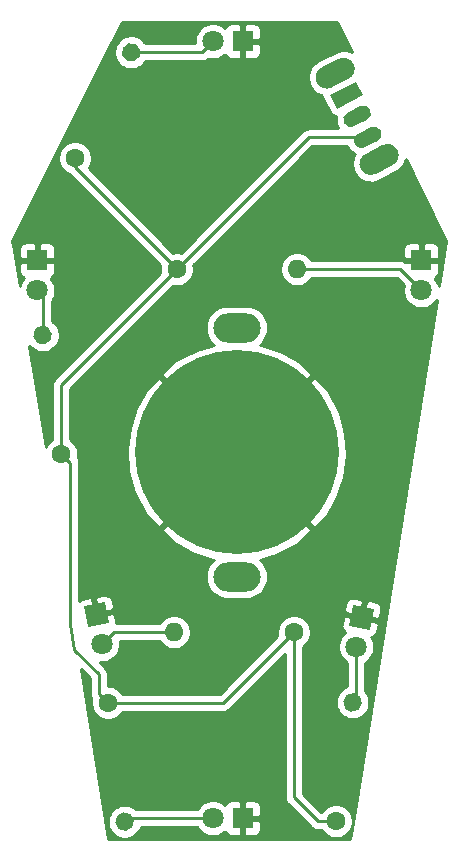
<source format=gbr>
%TF.GenerationSoftware,KiCad,Pcbnew,(5.1.8)-1*%
%TF.CreationDate,2021-10-08T14:09:10-07:00*%
%TF.ProjectId,Halloween,48616c6c-6f77-4656-956e-2e6b69636164,rev?*%
%TF.SameCoordinates,Original*%
%TF.FileFunction,Copper,L2,Bot*%
%TF.FilePolarity,Positive*%
%FSLAX46Y46*%
G04 Gerber Fmt 4.6, Leading zero omitted, Abs format (unit mm)*
G04 Created by KiCad (PCBNEW (5.1.8)-1) date 2021-10-08 14:09:10*
%MOMM*%
%LPD*%
G01*
G04 APERTURE LIST*
%TA.AperFunction,ComponentPad*%
%ADD10O,1.600000X1.600000*%
%TD*%
%TA.AperFunction,ComponentPad*%
%ADD11C,1.600000*%
%TD*%
%TA.AperFunction,SMDPad,CuDef*%
%ADD12C,17.272000*%
%TD*%
%TA.AperFunction,ComponentPad*%
%ADD13O,4.000000X2.500000*%
%TD*%
%TA.AperFunction,ComponentPad*%
%ADD14C,0.100000*%
%TD*%
%TA.AperFunction,ComponentPad*%
%ADD15R,1.800000X1.800000*%
%TD*%
%TA.AperFunction,ComponentPad*%
%ADD16C,1.800000*%
%TD*%
%TA.AperFunction,Conductor*%
%ADD17C,0.250000*%
%TD*%
%TA.AperFunction,Conductor*%
%ADD18C,0.254000*%
%TD*%
%TA.AperFunction,Conductor*%
%ADD19C,0.100000*%
%TD*%
G04 APERTURE END LIST*
D10*
%TO.P,R6,2*%
%TO.N,Net-(D6-Pad2)*%
X172720000Y-68580000D03*
D11*
%TO.P,R6,1*%
%TO.N,/LED*%
X162560000Y-68580000D03*
%TD*%
%TO.P,R5,2*%
%TO.N,Net-(D5-Pad2)*%
%TA.AperFunction,ComponentPad*%
G36*
G01*
X158318254Y-50917610D02*
X158318254Y-50917610D01*
G75*
G02*
X157987473Y-49835675I375577J706358D01*
G01*
X157987473Y-49835675D01*
G75*
G02*
X159069408Y-49504894I706358J-375577D01*
G01*
X159069408Y-49504894D01*
G75*
G02*
X159400189Y-50586829I-375577J-706358D01*
G01*
X159400189Y-50586829D01*
G75*
G02*
X158318254Y-50917610I-706358J375577D01*
G01*
G37*
%TD.AperFunction*%
%TO.P,R5,1*%
%TO.N,/LED*%
X153924000Y-59182000D03*
%TD*%
%TO.P,R4,2*%
%TO.N,Net-(D4-Pad2)*%
%TA.AperFunction,ComponentPad*%
G36*
G01*
X151316774Y-74956237D02*
X151316774Y-74956237D01*
G75*
G02*
X150401475Y-74291234I-125148J790151D01*
G01*
X150401475Y-74291234D01*
G75*
G02*
X151066478Y-73375935I790151J125148D01*
G01*
X151066478Y-73375935D01*
G75*
G02*
X151981777Y-74040938I125148J-790151D01*
G01*
X151981777Y-74040938D01*
G75*
G02*
X151316774Y-74956237I-790151J-125148D01*
G01*
G37*
%TD.AperFunction*%
%TO.P,R4,1*%
%TO.N,/LED*%
X152781000Y-84201000D03*
%TD*%
%TO.P,R3,2*%
%TO.N,Net-(D3-Pad2)*%
%TA.AperFunction,ComponentPad*%
G36*
G01*
X177324661Y-106047090D02*
X177324661Y-106047090D01*
G75*
G02*
X176643785Y-105143538I111338J792214D01*
G01*
X176643785Y-105143538D01*
G75*
G02*
X177547337Y-104462662I792214J-111338D01*
G01*
X177547337Y-104462662D01*
G75*
G02*
X178228213Y-105366214I-111338J-792214D01*
G01*
X178228213Y-105366214D01*
G75*
G02*
X177324661Y-106047090I-792214J111338D01*
G01*
G37*
%TD.AperFunction*%
%TO.P,R3,1*%
%TO.N,/LED*%
X176022000Y-115316000D03*
%TD*%
%TO.P,R2,2*%
%TO.N,Net-(D2-Pad2)*%
%TA.AperFunction,ComponentPad*%
G36*
G01*
X158020661Y-114551910D02*
X158020661Y-114551910D01*
G75*
G02*
X158924213Y-115232786I111338J-792214D01*
G01*
X158924213Y-115232786D01*
G75*
G02*
X158243337Y-116136338I-792214J-111338D01*
G01*
X158243337Y-116136338D01*
G75*
G02*
X157339785Y-115455462I-111338J792214D01*
G01*
X157339785Y-115455462D01*
G75*
G02*
X158020661Y-114551910I792214J111338D01*
G01*
G37*
%TD.AperFunction*%
%TO.P,R2,1*%
%TO.N,/LED*%
X156718000Y-105283000D03*
%TD*%
D10*
%TO.P,R1,2*%
%TO.N,Net-(D1-Pad2)*%
X162306000Y-99314000D03*
D11*
%TO.P,R1,1*%
%TO.N,/LED*%
X172466000Y-99314000D03*
%TD*%
D12*
%TO.P,BT1,2*%
%TO.N,GND*%
X167640000Y-84074000D03*
D13*
%TO.P,BT1,1*%
%TO.N,VCC*%
X167640000Y-73533000D03*
X167640000Y-94615000D03*
%TD*%
%TA.AperFunction,ComponentPad*%
D14*
%TO.P,SW1,1*%
%TO.N,Net-(SW1-Pad1)*%
G36*
X175502148Y-53836334D02*
G01*
X177729664Y-52701358D01*
X178319852Y-53859666D01*
X176092336Y-54994642D01*
X175502148Y-53836334D01*
G37*
%TD.AperFunction*%
%TO.P,SW1,2*%
%TO.N,VCC*%
%TA.AperFunction,ComponentPad*%
G36*
G01*
X176989283Y-55323253D02*
X178058491Y-54778465D01*
G75*
G02*
X178932739Y-55062525I295094J-579154D01*
G01*
X178932739Y-55062525D01*
G75*
G02*
X178648679Y-55936773I-579154J-295094D01*
G01*
X177579471Y-56481561D01*
G75*
G02*
X176705223Y-56197501I-295094J579154D01*
G01*
X176705223Y-56197501D01*
G75*
G02*
X176989283Y-55323253I579154J295094D01*
G01*
G37*
%TD.AperFunction*%
%TO.P,SW1,3*%
%TO.N,/LED*%
%TA.AperFunction,ComponentPad*%
G36*
G01*
X177897264Y-57105266D02*
X178966472Y-56560478D01*
G75*
G02*
X179840720Y-56844538I295094J-579154D01*
G01*
X179840720Y-56844538D01*
G75*
G02*
X179556660Y-57718786I-579154J-295094D01*
G01*
X178487452Y-58263574D01*
G75*
G02*
X177613204Y-57979514I-295094J579154D01*
G01*
X177613204Y-57979514D01*
G75*
G02*
X177897264Y-57105266I579154J295094D01*
G01*
G37*
%TD.AperFunction*%
%TO.P,SW1,*%
%TO.N,*%
%TA.AperFunction,ComponentPad*%
G36*
G01*
X174813524Y-51493622D02*
X176239134Y-50767238D01*
G75*
G02*
X177516881Y-51182403I431291J-846456D01*
G01*
X177516881Y-51182403D01*
G75*
G02*
X177101716Y-52460150I-846456J-431291D01*
G01*
X175676106Y-53186534D01*
G75*
G02*
X174398359Y-52771369I-431291J846456D01*
G01*
X174398359Y-52771369D01*
G75*
G02*
X174813524Y-51493622I846456J431291D01*
G01*
G37*
%TD.AperFunction*%
%TA.AperFunction,ComponentPad*%
G36*
G01*
X178536246Y-58799876D02*
X179961856Y-58073492D01*
G75*
G02*
X181239603Y-58488657I431291J-846456D01*
G01*
X181239603Y-58488657D01*
G75*
G02*
X180824438Y-59766404I-846456J-431291D01*
G01*
X179398828Y-60492788D01*
G75*
G02*
X178121081Y-60077623I-431291J846456D01*
G01*
X178121081Y-60077623D01*
G75*
G02*
X178536246Y-58799876I846456J431291D01*
G01*
G37*
%TD.AperFunction*%
%TD*%
D15*
%TO.P,D6,1*%
%TO.N,GND*%
X183261000Y-67818000D03*
D16*
%TO.P,D6,2*%
%TO.N,Net-(D6-Pad2)*%
X183261000Y-70358000D03*
%TD*%
D15*
%TO.P,D5,1*%
%TO.N,GND*%
X168148000Y-49276000D03*
D16*
%TO.P,D5,2*%
%TO.N,Net-(D5-Pad2)*%
X165608000Y-49276000D03*
%TD*%
D15*
%TO.P,D4,1*%
%TO.N,GND*%
X150749000Y-67818000D03*
D16*
%TO.P,D4,2*%
%TO.N,Net-(D4-Pad2)*%
X150749000Y-70358000D03*
%TD*%
%TA.AperFunction,ComponentPad*%
D14*
%TO.P,D3,1*%
%TO.N,GND*%
G36*
X177450956Y-97001390D02*
G01*
X179223610Y-97313956D01*
X178911044Y-99086610D01*
X177138390Y-98774044D01*
X177450956Y-97001390D01*
G37*
%TD.AperFunction*%
D16*
%TO.P,D3,2*%
%TO.N,Net-(D3-Pad2)*%
X177739934Y-100545412D03*
%TD*%
D15*
%TO.P,D2,1*%
%TO.N,GND*%
X168148000Y-115062000D03*
D16*
%TO.P,D2,2*%
%TO.N,Net-(D2-Pad2)*%
X165608000Y-115062000D03*
%TD*%
%TA.AperFunction,ComponentPad*%
D14*
%TO.P,D1,1*%
%TO.N,GND*%
G36*
X154726324Y-97098544D02*
G01*
X156498978Y-96785978D01*
X156811544Y-98558632D01*
X155038890Y-98871198D01*
X154726324Y-97098544D01*
G37*
%TD.AperFunction*%
D16*
%TO.P,D1,2*%
%TO.N,Net-(D1-Pad2)*%
X156210000Y-100330000D03*
%TD*%
D17*
%TO.N,/LED*%
X155956000Y-104521000D02*
X156718000Y-105283000D01*
X155956000Y-102870000D02*
X155956000Y-104521000D01*
X153888684Y-100802684D02*
X155956000Y-102870000D01*
X153542999Y-98648796D02*
X153888684Y-100802684D01*
X153543000Y-84963000D02*
X153542999Y-98648796D01*
X152781000Y-84201000D02*
X153543000Y-84963000D01*
X166497000Y-105283000D02*
X172466000Y-99314000D01*
X156718000Y-105283000D02*
X166497000Y-105283000D01*
X171958000Y-99822000D02*
X172466000Y-99314000D01*
X176022000Y-115316000D02*
X174498000Y-115316000D01*
X172466000Y-113284000D02*
X172466000Y-99314000D01*
X174498000Y-115316000D02*
X172466000Y-113284000D01*
X152781000Y-78359000D02*
X162560000Y-68580000D01*
X152781000Y-84201000D02*
X152781000Y-78359000D01*
X153924000Y-59944000D02*
X153924000Y-59182000D01*
X162560000Y-68580000D02*
X153924000Y-59944000D01*
X173727974Y-57412026D02*
X162560000Y-68580000D01*
X178726962Y-57412026D02*
X173727974Y-57412026D01*
%TO.N,Net-(D1-Pad2)*%
X157226000Y-99314000D02*
X156210000Y-100330000D01*
X162306000Y-99314000D02*
X157226000Y-99314000D01*
%TO.N,Net-(D2-Pad2)*%
X158414123Y-115062000D02*
X158131999Y-115344124D01*
X165608000Y-115062000D02*
X158414123Y-115062000D01*
%TO.N,Net-(D3-Pad2)*%
X177292000Y-104602877D02*
X177435999Y-104746876D01*
D18*
X177887030Y-104803845D02*
X177435999Y-105254876D01*
D17*
X177739934Y-104950941D02*
X177435999Y-105254876D01*
X177739934Y-100545412D02*
X177739934Y-104950941D01*
%TO.N,Net-(D4-Pad2)*%
X151191626Y-70800626D02*
X150749000Y-70358000D01*
X151191626Y-74166086D02*
X151191626Y-70800626D01*
%TO.N,Net-(D5-Pad2)*%
X164672748Y-50211252D02*
X165608000Y-49276000D01*
X158693831Y-50211252D02*
X164672748Y-50211252D01*
%TO.N,Net-(D6-Pad2)*%
X181483000Y-68580000D02*
X183261000Y-70358000D01*
X172720000Y-68580000D02*
X181483000Y-68580000D01*
%TD*%
D18*
%TO.N,GND*%
X171706000Y-113246678D02*
X171702324Y-113284000D01*
X171706000Y-113321322D01*
X171706000Y-113321332D01*
X171716997Y-113432985D01*
X171744584Y-113523928D01*
X171760454Y-113576246D01*
X171831026Y-113708276D01*
X171870871Y-113756826D01*
X171925999Y-113824001D01*
X171955003Y-113847804D01*
X173934201Y-115827003D01*
X173957999Y-115856001D01*
X173986997Y-115879799D01*
X174073723Y-115950974D01*
X174205753Y-116021546D01*
X174349014Y-116065003D01*
X174460667Y-116076000D01*
X174460677Y-116076000D01*
X174498000Y-116079676D01*
X174535323Y-116076000D01*
X174803957Y-116076000D01*
X174907363Y-116230759D01*
X175107241Y-116430637D01*
X175342273Y-116587680D01*
X175603426Y-116695853D01*
X175880665Y-116751000D01*
X176163335Y-116751000D01*
X176440574Y-116695853D01*
X176701727Y-116587680D01*
X176936759Y-116430637D01*
X177136637Y-116230759D01*
X177293680Y-115995727D01*
X177401853Y-115734574D01*
X177448599Y-115499567D01*
X177237481Y-116815000D01*
X156772519Y-116815000D01*
X156513770Y-115202789D01*
X156696999Y-115202789D01*
X156696999Y-115485459D01*
X156752146Y-115762698D01*
X156860319Y-116023851D01*
X157017362Y-116258883D01*
X157217240Y-116458761D01*
X157452272Y-116615804D01*
X157713425Y-116723977D01*
X157990664Y-116779124D01*
X158273334Y-116779124D01*
X158550573Y-116723977D01*
X158811726Y-116615804D01*
X159046758Y-116458761D01*
X159246636Y-116258883D01*
X159403679Y-116023851D01*
X159487288Y-115822000D01*
X164269687Y-115822000D01*
X164415688Y-116040505D01*
X164629495Y-116254312D01*
X164880905Y-116422299D01*
X165160257Y-116538011D01*
X165456816Y-116597000D01*
X165759184Y-116597000D01*
X166055743Y-116538011D01*
X166335095Y-116422299D01*
X166586505Y-116254312D01*
X166652944Y-116187873D01*
X166658498Y-116206180D01*
X166717463Y-116316494D01*
X166796815Y-116413185D01*
X166893506Y-116492537D01*
X167003820Y-116551502D01*
X167123518Y-116587812D01*
X167248000Y-116600072D01*
X167862250Y-116597000D01*
X168021000Y-116438250D01*
X168021000Y-115189000D01*
X168275000Y-115189000D01*
X168275000Y-116438250D01*
X168433750Y-116597000D01*
X169048000Y-116600072D01*
X169172482Y-116587812D01*
X169292180Y-116551502D01*
X169402494Y-116492537D01*
X169499185Y-116413185D01*
X169578537Y-116316494D01*
X169637502Y-116206180D01*
X169673812Y-116086482D01*
X169686072Y-115962000D01*
X169683000Y-115347750D01*
X169524250Y-115189000D01*
X168275000Y-115189000D01*
X168021000Y-115189000D01*
X168001000Y-115189000D01*
X168001000Y-114935000D01*
X168021000Y-114935000D01*
X168021000Y-113685750D01*
X168275000Y-113685750D01*
X168275000Y-114935000D01*
X169524250Y-114935000D01*
X169683000Y-114776250D01*
X169686072Y-114162000D01*
X169673812Y-114037518D01*
X169637502Y-113917820D01*
X169578537Y-113807506D01*
X169499185Y-113710815D01*
X169402494Y-113631463D01*
X169292180Y-113572498D01*
X169172482Y-113536188D01*
X169048000Y-113523928D01*
X168433750Y-113527000D01*
X168275000Y-113685750D01*
X168021000Y-113685750D01*
X167862250Y-113527000D01*
X167248000Y-113523928D01*
X167123518Y-113536188D01*
X167003820Y-113572498D01*
X166893506Y-113631463D01*
X166796815Y-113710815D01*
X166717463Y-113807506D01*
X166658498Y-113917820D01*
X166652944Y-113936127D01*
X166586505Y-113869688D01*
X166335095Y-113701701D01*
X166055743Y-113585989D01*
X165759184Y-113527000D01*
X165456816Y-113527000D01*
X165160257Y-113585989D01*
X164880905Y-113701701D01*
X164629495Y-113869688D01*
X164415688Y-114083495D01*
X164269687Y-114302000D01*
X159119271Y-114302000D01*
X159046758Y-114229487D01*
X158811726Y-114072444D01*
X158550573Y-113964271D01*
X158273334Y-113909124D01*
X157990664Y-113909124D01*
X157713425Y-113964271D01*
X157452272Y-114072444D01*
X157217240Y-114229487D01*
X157017362Y-114429365D01*
X156860319Y-114664397D01*
X156752146Y-114925550D01*
X156696999Y-115202789D01*
X156513770Y-115202789D01*
X154468140Y-102456941D01*
X155196000Y-103184802D01*
X155196001Y-104483668D01*
X155192324Y-104521000D01*
X155196001Y-104558333D01*
X155205470Y-104654467D01*
X155206998Y-104669985D01*
X155250454Y-104813246D01*
X155321026Y-104945276D01*
X155321862Y-104946295D01*
X155283000Y-105141665D01*
X155283000Y-105424335D01*
X155338147Y-105701574D01*
X155446320Y-105962727D01*
X155603363Y-106197759D01*
X155803241Y-106397637D01*
X156038273Y-106554680D01*
X156299426Y-106662853D01*
X156576665Y-106718000D01*
X156859335Y-106718000D01*
X157136574Y-106662853D01*
X157397727Y-106554680D01*
X157632759Y-106397637D01*
X157832637Y-106197759D01*
X157936043Y-106043000D01*
X166459678Y-106043000D01*
X166497000Y-106046676D01*
X166534322Y-106043000D01*
X166534333Y-106043000D01*
X166645986Y-106032003D01*
X166789247Y-105988546D01*
X166921276Y-105917974D01*
X167037001Y-105823001D01*
X167060804Y-105793997D01*
X171706001Y-101148801D01*
X171706000Y-113246678D01*
%TA.AperFunction,Conductor*%
D19*
G36*
X171706000Y-113246678D02*
G01*
X171702324Y-113284000D01*
X171706000Y-113321322D01*
X171706000Y-113321332D01*
X171716997Y-113432985D01*
X171744584Y-113523928D01*
X171760454Y-113576246D01*
X171831026Y-113708276D01*
X171870871Y-113756826D01*
X171925999Y-113824001D01*
X171955003Y-113847804D01*
X173934201Y-115827003D01*
X173957999Y-115856001D01*
X173986997Y-115879799D01*
X174073723Y-115950974D01*
X174205753Y-116021546D01*
X174349014Y-116065003D01*
X174460667Y-116076000D01*
X174460677Y-116076000D01*
X174498000Y-116079676D01*
X174535323Y-116076000D01*
X174803957Y-116076000D01*
X174907363Y-116230759D01*
X175107241Y-116430637D01*
X175342273Y-116587680D01*
X175603426Y-116695853D01*
X175880665Y-116751000D01*
X176163335Y-116751000D01*
X176440574Y-116695853D01*
X176701727Y-116587680D01*
X176936759Y-116430637D01*
X177136637Y-116230759D01*
X177293680Y-115995727D01*
X177401853Y-115734574D01*
X177448599Y-115499567D01*
X177237481Y-116815000D01*
X156772519Y-116815000D01*
X156513770Y-115202789D01*
X156696999Y-115202789D01*
X156696999Y-115485459D01*
X156752146Y-115762698D01*
X156860319Y-116023851D01*
X157017362Y-116258883D01*
X157217240Y-116458761D01*
X157452272Y-116615804D01*
X157713425Y-116723977D01*
X157990664Y-116779124D01*
X158273334Y-116779124D01*
X158550573Y-116723977D01*
X158811726Y-116615804D01*
X159046758Y-116458761D01*
X159246636Y-116258883D01*
X159403679Y-116023851D01*
X159487288Y-115822000D01*
X164269687Y-115822000D01*
X164415688Y-116040505D01*
X164629495Y-116254312D01*
X164880905Y-116422299D01*
X165160257Y-116538011D01*
X165456816Y-116597000D01*
X165759184Y-116597000D01*
X166055743Y-116538011D01*
X166335095Y-116422299D01*
X166586505Y-116254312D01*
X166652944Y-116187873D01*
X166658498Y-116206180D01*
X166717463Y-116316494D01*
X166796815Y-116413185D01*
X166893506Y-116492537D01*
X167003820Y-116551502D01*
X167123518Y-116587812D01*
X167248000Y-116600072D01*
X167862250Y-116597000D01*
X168021000Y-116438250D01*
X168021000Y-115189000D01*
X168275000Y-115189000D01*
X168275000Y-116438250D01*
X168433750Y-116597000D01*
X169048000Y-116600072D01*
X169172482Y-116587812D01*
X169292180Y-116551502D01*
X169402494Y-116492537D01*
X169499185Y-116413185D01*
X169578537Y-116316494D01*
X169637502Y-116206180D01*
X169673812Y-116086482D01*
X169686072Y-115962000D01*
X169683000Y-115347750D01*
X169524250Y-115189000D01*
X168275000Y-115189000D01*
X168021000Y-115189000D01*
X168001000Y-115189000D01*
X168001000Y-114935000D01*
X168021000Y-114935000D01*
X168021000Y-113685750D01*
X168275000Y-113685750D01*
X168275000Y-114935000D01*
X169524250Y-114935000D01*
X169683000Y-114776250D01*
X169686072Y-114162000D01*
X169673812Y-114037518D01*
X169637502Y-113917820D01*
X169578537Y-113807506D01*
X169499185Y-113710815D01*
X169402494Y-113631463D01*
X169292180Y-113572498D01*
X169172482Y-113536188D01*
X169048000Y-113523928D01*
X168433750Y-113527000D01*
X168275000Y-113685750D01*
X168021000Y-113685750D01*
X167862250Y-113527000D01*
X167248000Y-113523928D01*
X167123518Y-113536188D01*
X167003820Y-113572498D01*
X166893506Y-113631463D01*
X166796815Y-113710815D01*
X166717463Y-113807506D01*
X166658498Y-113917820D01*
X166652944Y-113936127D01*
X166586505Y-113869688D01*
X166335095Y-113701701D01*
X166055743Y-113585989D01*
X165759184Y-113527000D01*
X165456816Y-113527000D01*
X165160257Y-113585989D01*
X164880905Y-113701701D01*
X164629495Y-113869688D01*
X164415688Y-114083495D01*
X164269687Y-114302000D01*
X159119271Y-114302000D01*
X159046758Y-114229487D01*
X158811726Y-114072444D01*
X158550573Y-113964271D01*
X158273334Y-113909124D01*
X157990664Y-113909124D01*
X157713425Y-113964271D01*
X157452272Y-114072444D01*
X157217240Y-114229487D01*
X157017362Y-114429365D01*
X156860319Y-114664397D01*
X156752146Y-114925550D01*
X156696999Y-115202789D01*
X156513770Y-115202789D01*
X154468140Y-102456941D01*
X155196000Y-103184802D01*
X155196001Y-104483668D01*
X155192324Y-104521000D01*
X155196001Y-104558333D01*
X155205470Y-104654467D01*
X155206998Y-104669985D01*
X155250454Y-104813246D01*
X155321026Y-104945276D01*
X155321862Y-104946295D01*
X155283000Y-105141665D01*
X155283000Y-105424335D01*
X155338147Y-105701574D01*
X155446320Y-105962727D01*
X155603363Y-106197759D01*
X155803241Y-106397637D01*
X156038273Y-106554680D01*
X156299426Y-106662853D01*
X156576665Y-106718000D01*
X156859335Y-106718000D01*
X157136574Y-106662853D01*
X157397727Y-106554680D01*
X157632759Y-106397637D01*
X157832637Y-106197759D01*
X157936043Y-106043000D01*
X166459678Y-106043000D01*
X166497000Y-106046676D01*
X166534322Y-106043000D01*
X166534333Y-106043000D01*
X166645986Y-106032003D01*
X166789247Y-105988546D01*
X166921276Y-105917974D01*
X167037001Y-105823001D01*
X167060804Y-105793997D01*
X171706001Y-101148801D01*
X171706000Y-113246678D01*
G37*
%TD.AperFunction*%
D18*
X177041875Y-58270619D02*
X177178343Y-58483804D01*
X177353779Y-58666268D01*
X177561442Y-58811001D01*
X177604595Y-58829877D01*
X177577941Y-58868120D01*
X177452819Y-59154170D01*
X177385908Y-59459134D01*
X177379778Y-59771290D01*
X177434665Y-60078646D01*
X177548459Y-60369388D01*
X177716787Y-60632342D01*
X177933182Y-60857406D01*
X178189325Y-61035928D01*
X178475375Y-61161050D01*
X178780339Y-61227961D01*
X179092495Y-61234091D01*
X179399851Y-61179204D01*
X179617734Y-61093927D01*
X181182098Y-60296844D01*
X181379157Y-60170698D01*
X181604221Y-59954304D01*
X181782743Y-59698160D01*
X181907864Y-59412111D01*
X181936926Y-59279655D01*
X185369676Y-66145156D01*
X184752723Y-69989248D01*
X184737011Y-69910257D01*
X184621299Y-69630905D01*
X184453312Y-69379495D01*
X184386873Y-69313056D01*
X184405180Y-69307502D01*
X184515494Y-69248537D01*
X184612185Y-69169185D01*
X184691537Y-69072494D01*
X184750502Y-68962180D01*
X184786812Y-68842482D01*
X184799072Y-68718000D01*
X184796000Y-68103750D01*
X184637250Y-67945000D01*
X183388000Y-67945000D01*
X183388000Y-67965000D01*
X183134000Y-67965000D01*
X183134000Y-67945000D01*
X181907227Y-67945000D01*
X181775247Y-67874454D01*
X181631986Y-67830997D01*
X181520333Y-67820000D01*
X181520322Y-67820000D01*
X181483000Y-67816324D01*
X181445678Y-67820000D01*
X173938043Y-67820000D01*
X173834637Y-67665241D01*
X173634759Y-67465363D01*
X173399727Y-67308320D01*
X173138574Y-67200147D01*
X172861335Y-67145000D01*
X172578665Y-67145000D01*
X172301426Y-67200147D01*
X172040273Y-67308320D01*
X171805241Y-67465363D01*
X171605363Y-67665241D01*
X171448320Y-67900273D01*
X171340147Y-68161426D01*
X171285000Y-68438665D01*
X171285000Y-68721335D01*
X171340147Y-68998574D01*
X171448320Y-69259727D01*
X171605363Y-69494759D01*
X171805241Y-69694637D01*
X172040273Y-69851680D01*
X172301426Y-69959853D01*
X172578665Y-70015000D01*
X172861335Y-70015000D01*
X173138574Y-69959853D01*
X173399727Y-69851680D01*
X173634759Y-69694637D01*
X173834637Y-69494759D01*
X173938043Y-69340000D01*
X181168199Y-69340000D01*
X181777269Y-69949070D01*
X181726000Y-70206816D01*
X181726000Y-70509184D01*
X181784989Y-70805743D01*
X181900701Y-71085095D01*
X182068688Y-71336505D01*
X182282495Y-71550312D01*
X182533905Y-71718299D01*
X182813257Y-71834011D01*
X183109816Y-71893000D01*
X183412184Y-71893000D01*
X183708743Y-71834011D01*
X183988095Y-71718299D01*
X184239505Y-71550312D01*
X184453312Y-71336505D01*
X184562794Y-71172654D01*
X177457000Y-115447225D01*
X177457000Y-115174665D01*
X177401853Y-114897426D01*
X177293680Y-114636273D01*
X177136637Y-114401241D01*
X176936759Y-114201363D01*
X176701727Y-114044320D01*
X176440574Y-113936147D01*
X176163335Y-113881000D01*
X175880665Y-113881000D01*
X175603426Y-113936147D01*
X175342273Y-114044320D01*
X175107241Y-114201363D01*
X174907363Y-114401241D01*
X174807500Y-114550698D01*
X173226000Y-112969199D01*
X173226000Y-105113541D01*
X176000999Y-105113541D01*
X176000999Y-105396211D01*
X176056146Y-105673450D01*
X176164319Y-105934603D01*
X176321362Y-106169635D01*
X176521240Y-106369513D01*
X176756272Y-106526556D01*
X177017425Y-106634729D01*
X177294664Y-106689876D01*
X177577334Y-106689876D01*
X177854573Y-106634729D01*
X178115726Y-106526556D01*
X178350758Y-106369513D01*
X178550636Y-106169635D01*
X178707679Y-105934603D01*
X178815852Y-105673450D01*
X178870999Y-105396211D01*
X178870999Y-105113541D01*
X178815852Y-104836302D01*
X178707679Y-104575149D01*
X178550636Y-104340117D01*
X178499934Y-104289415D01*
X178499934Y-101883725D01*
X178718439Y-101737724D01*
X178932246Y-101523917D01*
X179100233Y-101272507D01*
X179215945Y-100993155D01*
X179274934Y-100696596D01*
X179274934Y-100394228D01*
X179215945Y-100097669D01*
X179100233Y-99818317D01*
X179029172Y-99711967D01*
X179049148Y-99709558D01*
X179168025Y-99670645D01*
X179277027Y-99609288D01*
X179371963Y-99527846D01*
X179449188Y-99429447D01*
X179505732Y-99317872D01*
X179539422Y-99197410D01*
X179643060Y-98591959D01*
X179514288Y-98408054D01*
X178284017Y-98191124D01*
X178280544Y-98210820D01*
X178030403Y-98166713D01*
X178033876Y-98147017D01*
X176865400Y-97940983D01*
X178328124Y-97940983D01*
X179558395Y-98157913D01*
X179742300Y-98029141D01*
X179851989Y-97424756D01*
X179861531Y-97300037D01*
X179846558Y-97175852D01*
X179807645Y-97056975D01*
X179746288Y-96947973D01*
X179664846Y-96853037D01*
X179566447Y-96775812D01*
X179454872Y-96719268D01*
X179334410Y-96685578D01*
X178728959Y-96581940D01*
X178545054Y-96710712D01*
X178328124Y-97940983D01*
X176865400Y-97940983D01*
X176803605Y-97930087D01*
X176619700Y-98058859D01*
X176510011Y-98663244D01*
X176500469Y-98787963D01*
X176515442Y-98912148D01*
X176554355Y-99031025D01*
X176615712Y-99140027D01*
X176697154Y-99234963D01*
X176795553Y-99312188D01*
X176810967Y-99320000D01*
X176761429Y-99353100D01*
X176547622Y-99566907D01*
X176379635Y-99818317D01*
X176263923Y-100097669D01*
X176204934Y-100394228D01*
X176204934Y-100696596D01*
X176263923Y-100993155D01*
X176379635Y-101272507D01*
X176547622Y-101523917D01*
X176761429Y-101737724D01*
X176979934Y-101883725D01*
X176979935Y-103890552D01*
X176756272Y-103983196D01*
X176521240Y-104140239D01*
X176321362Y-104340117D01*
X176164319Y-104575149D01*
X176056146Y-104836302D01*
X176000999Y-105113541D01*
X173226000Y-105113541D01*
X173226000Y-100532043D01*
X173380759Y-100428637D01*
X173580637Y-100228759D01*
X173737680Y-99993727D01*
X173845853Y-99732574D01*
X173901000Y-99455335D01*
X173901000Y-99172665D01*
X173845853Y-98895426D01*
X173737680Y-98634273D01*
X173580637Y-98399241D01*
X173380759Y-98199363D01*
X173145727Y-98042320D01*
X172884574Y-97934147D01*
X172607335Y-97879000D01*
X172324665Y-97879000D01*
X172047426Y-97934147D01*
X171786273Y-98042320D01*
X171551241Y-98199363D01*
X171351363Y-98399241D01*
X171194320Y-98634273D01*
X171086147Y-98895426D01*
X171031000Y-99172665D01*
X171031000Y-99455335D01*
X171067312Y-99637886D01*
X166182199Y-104523000D01*
X157936043Y-104523000D01*
X157832637Y-104368241D01*
X157632759Y-104168363D01*
X157397727Y-104011320D01*
X157136574Y-103903147D01*
X156859335Y-103848000D01*
X156716000Y-103848000D01*
X156716000Y-102907322D01*
X156719676Y-102869999D01*
X156716000Y-102832676D01*
X156716000Y-102832667D01*
X156705003Y-102721014D01*
X156661546Y-102577753D01*
X156590974Y-102445724D01*
X156496001Y-102329999D01*
X156467004Y-102306202D01*
X156017604Y-101856803D01*
X156058816Y-101865000D01*
X156361184Y-101865000D01*
X156657743Y-101806011D01*
X156937095Y-101690299D01*
X157188505Y-101522312D01*
X157402312Y-101308505D01*
X157570299Y-101057095D01*
X157686011Y-100777743D01*
X157745000Y-100481184D01*
X157745000Y-100178816D01*
X157724151Y-100074000D01*
X161087957Y-100074000D01*
X161191363Y-100228759D01*
X161391241Y-100428637D01*
X161626273Y-100585680D01*
X161887426Y-100693853D01*
X162164665Y-100749000D01*
X162447335Y-100749000D01*
X162724574Y-100693853D01*
X162985727Y-100585680D01*
X163220759Y-100428637D01*
X163420637Y-100228759D01*
X163577680Y-99993727D01*
X163685853Y-99732574D01*
X163741000Y-99455335D01*
X163741000Y-99172665D01*
X163685853Y-98895426D01*
X163577680Y-98634273D01*
X163420637Y-98399241D01*
X163220759Y-98199363D01*
X162985727Y-98042320D01*
X162724574Y-97934147D01*
X162447335Y-97879000D01*
X162164665Y-97879000D01*
X161887426Y-97934147D01*
X161626273Y-98042320D01*
X161391241Y-98199363D01*
X161191363Y-98399241D01*
X161087957Y-98554000D01*
X157448046Y-98554000D01*
X157439923Y-98447832D01*
X157330234Y-97843447D01*
X157146329Y-97714675D01*
X155916058Y-97931605D01*
X155919531Y-97951301D01*
X155669390Y-97995408D01*
X155665917Y-97975712D01*
X155646221Y-97979185D01*
X155602114Y-97729044D01*
X155621810Y-97725571D01*
X155404880Y-96495300D01*
X155341889Y-96451193D01*
X155655021Y-96451193D01*
X155871951Y-97681464D01*
X156923536Y-97496041D01*
X176718940Y-97496041D01*
X176847712Y-97679946D01*
X178077983Y-97896876D01*
X178294913Y-96666605D01*
X178166141Y-96482700D01*
X177561756Y-96373011D01*
X177437037Y-96363469D01*
X177312852Y-96378442D01*
X177193975Y-96417355D01*
X177084973Y-96478712D01*
X176990037Y-96560154D01*
X176912812Y-96658553D01*
X176856268Y-96770128D01*
X176822578Y-96890590D01*
X176718940Y-97496041D01*
X156923536Y-97496041D01*
X157102222Y-97464534D01*
X157230994Y-97280629D01*
X157127356Y-96675178D01*
X157093666Y-96554716D01*
X157037122Y-96443141D01*
X156959897Y-96344742D01*
X156864961Y-96263300D01*
X156755959Y-96201943D01*
X156637082Y-96163030D01*
X156512897Y-96148057D01*
X156388178Y-96157599D01*
X155783793Y-96267288D01*
X155655021Y-96451193D01*
X155341889Y-96451193D01*
X155220975Y-96366528D01*
X154615524Y-96470166D01*
X154495062Y-96503856D01*
X154383487Y-96560400D01*
X154302998Y-96623569D01*
X154302999Y-90638233D01*
X161255372Y-90638233D01*
X162267530Y-91684636D01*
X163855522Y-92586516D01*
X165588949Y-93161265D01*
X165676729Y-93172189D01*
X165550655Y-93275655D01*
X165315097Y-93562683D01*
X165140061Y-93890152D01*
X165032275Y-94245476D01*
X164995880Y-94615000D01*
X165032275Y-94984524D01*
X165140061Y-95339848D01*
X165315097Y-95667317D01*
X165550655Y-95954345D01*
X165837683Y-96189903D01*
X166165152Y-96364939D01*
X166520476Y-96472725D01*
X166797403Y-96500000D01*
X168482597Y-96500000D01*
X168759524Y-96472725D01*
X169114848Y-96364939D01*
X169442317Y-96189903D01*
X169729345Y-95954345D01*
X169964903Y-95667317D01*
X170139939Y-95339848D01*
X170247725Y-94984524D01*
X170284120Y-94615000D01*
X170247725Y-94245476D01*
X170139939Y-93890152D01*
X169964903Y-93562683D01*
X169729345Y-93275655D01*
X169582620Y-93155241D01*
X170983228Y-92769288D01*
X172615355Y-91949979D01*
X173012470Y-91684636D01*
X174024628Y-90638233D01*
X167640000Y-84253605D01*
X161255372Y-90638233D01*
X154302999Y-90638233D01*
X154303000Y-85000325D01*
X154306676Y-84963000D01*
X154303000Y-84925675D01*
X154303000Y-84925668D01*
X154292003Y-84814015D01*
X154269855Y-84741001D01*
X154248546Y-84670753D01*
X154177974Y-84538724D01*
X154177138Y-84537705D01*
X154216000Y-84342335D01*
X154216000Y-84059665D01*
X154171350Y-83835197D01*
X158327204Y-83835197D01*
X158459558Y-85656622D01*
X158944712Y-87417228D01*
X159764021Y-89049355D01*
X160029364Y-89446470D01*
X161075767Y-90458628D01*
X167460395Y-84074000D01*
X167819605Y-84074000D01*
X174204233Y-90458628D01*
X175250636Y-89446470D01*
X176152516Y-87858478D01*
X176727265Y-86125051D01*
X176952796Y-84312803D01*
X176820442Y-82491378D01*
X176335288Y-80730772D01*
X175515979Y-79098645D01*
X175250636Y-78701530D01*
X174204233Y-77689372D01*
X167819605Y-84074000D01*
X167460395Y-84074000D01*
X161075767Y-77689372D01*
X160029364Y-78701530D01*
X159127484Y-80289522D01*
X158552735Y-82022949D01*
X158327204Y-83835197D01*
X154171350Y-83835197D01*
X154160853Y-83782426D01*
X154052680Y-83521273D01*
X153895637Y-83286241D01*
X153695759Y-83086363D01*
X153541000Y-82982957D01*
X153541000Y-78673801D01*
X154705034Y-77509767D01*
X161255372Y-77509767D01*
X167640000Y-83894395D01*
X174024628Y-77509767D01*
X173012470Y-76463364D01*
X171424478Y-75561484D01*
X169691051Y-74986735D01*
X169603271Y-74975811D01*
X169729345Y-74872345D01*
X169964903Y-74585317D01*
X170139939Y-74257848D01*
X170247725Y-73902524D01*
X170284120Y-73533000D01*
X170247725Y-73163476D01*
X170139939Y-72808152D01*
X169964903Y-72480683D01*
X169729345Y-72193655D01*
X169442317Y-71958097D01*
X169114848Y-71783061D01*
X168759524Y-71675275D01*
X168482597Y-71648000D01*
X166797403Y-71648000D01*
X166520476Y-71675275D01*
X166165152Y-71783061D01*
X165837683Y-71958097D01*
X165550655Y-72193655D01*
X165315097Y-72480683D01*
X165140061Y-72808152D01*
X165032275Y-73163476D01*
X164995880Y-73533000D01*
X165032275Y-73902524D01*
X165140061Y-74257848D01*
X165315097Y-74585317D01*
X165550655Y-74872345D01*
X165697380Y-74992759D01*
X164296772Y-75378712D01*
X162664645Y-76198021D01*
X162267530Y-76463364D01*
X161255372Y-77509767D01*
X154705034Y-77509767D01*
X162236115Y-69978688D01*
X162418665Y-70015000D01*
X162701335Y-70015000D01*
X162978574Y-69959853D01*
X163239727Y-69851680D01*
X163474759Y-69694637D01*
X163674637Y-69494759D01*
X163831680Y-69259727D01*
X163939853Y-68998574D01*
X163995000Y-68721335D01*
X163995000Y-68438665D01*
X163958688Y-68256113D01*
X165296801Y-66918000D01*
X181722928Y-66918000D01*
X181726000Y-67532250D01*
X181884750Y-67691000D01*
X183134000Y-67691000D01*
X183134000Y-66441750D01*
X183388000Y-66441750D01*
X183388000Y-67691000D01*
X184637250Y-67691000D01*
X184796000Y-67532250D01*
X184799072Y-66918000D01*
X184786812Y-66793518D01*
X184750502Y-66673820D01*
X184691537Y-66563506D01*
X184612185Y-66466815D01*
X184515494Y-66387463D01*
X184405180Y-66328498D01*
X184285482Y-66292188D01*
X184161000Y-66279928D01*
X183546750Y-66283000D01*
X183388000Y-66441750D01*
X183134000Y-66441750D01*
X182975250Y-66283000D01*
X182361000Y-66279928D01*
X182236518Y-66292188D01*
X182116820Y-66328498D01*
X182006506Y-66387463D01*
X181909815Y-66466815D01*
X181830463Y-66563506D01*
X181771498Y-66673820D01*
X181735188Y-66793518D01*
X181722928Y-66918000D01*
X165296801Y-66918000D01*
X174042776Y-58172026D01*
X177003286Y-58172026D01*
X177041875Y-58270619D01*
%TA.AperFunction,Conductor*%
D19*
G36*
X177041875Y-58270619D02*
G01*
X177178343Y-58483804D01*
X177353779Y-58666268D01*
X177561442Y-58811001D01*
X177604595Y-58829877D01*
X177577941Y-58868120D01*
X177452819Y-59154170D01*
X177385908Y-59459134D01*
X177379778Y-59771290D01*
X177434665Y-60078646D01*
X177548459Y-60369388D01*
X177716787Y-60632342D01*
X177933182Y-60857406D01*
X178189325Y-61035928D01*
X178475375Y-61161050D01*
X178780339Y-61227961D01*
X179092495Y-61234091D01*
X179399851Y-61179204D01*
X179617734Y-61093927D01*
X181182098Y-60296844D01*
X181379157Y-60170698D01*
X181604221Y-59954304D01*
X181782743Y-59698160D01*
X181907864Y-59412111D01*
X181936926Y-59279655D01*
X185369676Y-66145156D01*
X184752723Y-69989248D01*
X184737011Y-69910257D01*
X184621299Y-69630905D01*
X184453312Y-69379495D01*
X184386873Y-69313056D01*
X184405180Y-69307502D01*
X184515494Y-69248537D01*
X184612185Y-69169185D01*
X184691537Y-69072494D01*
X184750502Y-68962180D01*
X184786812Y-68842482D01*
X184799072Y-68718000D01*
X184796000Y-68103750D01*
X184637250Y-67945000D01*
X183388000Y-67945000D01*
X183388000Y-67965000D01*
X183134000Y-67965000D01*
X183134000Y-67945000D01*
X181907227Y-67945000D01*
X181775247Y-67874454D01*
X181631986Y-67830997D01*
X181520333Y-67820000D01*
X181520322Y-67820000D01*
X181483000Y-67816324D01*
X181445678Y-67820000D01*
X173938043Y-67820000D01*
X173834637Y-67665241D01*
X173634759Y-67465363D01*
X173399727Y-67308320D01*
X173138574Y-67200147D01*
X172861335Y-67145000D01*
X172578665Y-67145000D01*
X172301426Y-67200147D01*
X172040273Y-67308320D01*
X171805241Y-67465363D01*
X171605363Y-67665241D01*
X171448320Y-67900273D01*
X171340147Y-68161426D01*
X171285000Y-68438665D01*
X171285000Y-68721335D01*
X171340147Y-68998574D01*
X171448320Y-69259727D01*
X171605363Y-69494759D01*
X171805241Y-69694637D01*
X172040273Y-69851680D01*
X172301426Y-69959853D01*
X172578665Y-70015000D01*
X172861335Y-70015000D01*
X173138574Y-69959853D01*
X173399727Y-69851680D01*
X173634759Y-69694637D01*
X173834637Y-69494759D01*
X173938043Y-69340000D01*
X181168199Y-69340000D01*
X181777269Y-69949070D01*
X181726000Y-70206816D01*
X181726000Y-70509184D01*
X181784989Y-70805743D01*
X181900701Y-71085095D01*
X182068688Y-71336505D01*
X182282495Y-71550312D01*
X182533905Y-71718299D01*
X182813257Y-71834011D01*
X183109816Y-71893000D01*
X183412184Y-71893000D01*
X183708743Y-71834011D01*
X183988095Y-71718299D01*
X184239505Y-71550312D01*
X184453312Y-71336505D01*
X184562794Y-71172654D01*
X177457000Y-115447225D01*
X177457000Y-115174665D01*
X177401853Y-114897426D01*
X177293680Y-114636273D01*
X177136637Y-114401241D01*
X176936759Y-114201363D01*
X176701727Y-114044320D01*
X176440574Y-113936147D01*
X176163335Y-113881000D01*
X175880665Y-113881000D01*
X175603426Y-113936147D01*
X175342273Y-114044320D01*
X175107241Y-114201363D01*
X174907363Y-114401241D01*
X174807500Y-114550698D01*
X173226000Y-112969199D01*
X173226000Y-105113541D01*
X176000999Y-105113541D01*
X176000999Y-105396211D01*
X176056146Y-105673450D01*
X176164319Y-105934603D01*
X176321362Y-106169635D01*
X176521240Y-106369513D01*
X176756272Y-106526556D01*
X177017425Y-106634729D01*
X177294664Y-106689876D01*
X177577334Y-106689876D01*
X177854573Y-106634729D01*
X178115726Y-106526556D01*
X178350758Y-106369513D01*
X178550636Y-106169635D01*
X178707679Y-105934603D01*
X178815852Y-105673450D01*
X178870999Y-105396211D01*
X178870999Y-105113541D01*
X178815852Y-104836302D01*
X178707679Y-104575149D01*
X178550636Y-104340117D01*
X178499934Y-104289415D01*
X178499934Y-101883725D01*
X178718439Y-101737724D01*
X178932246Y-101523917D01*
X179100233Y-101272507D01*
X179215945Y-100993155D01*
X179274934Y-100696596D01*
X179274934Y-100394228D01*
X179215945Y-100097669D01*
X179100233Y-99818317D01*
X179029172Y-99711967D01*
X179049148Y-99709558D01*
X179168025Y-99670645D01*
X179277027Y-99609288D01*
X179371963Y-99527846D01*
X179449188Y-99429447D01*
X179505732Y-99317872D01*
X179539422Y-99197410D01*
X179643060Y-98591959D01*
X179514288Y-98408054D01*
X178284017Y-98191124D01*
X178280544Y-98210820D01*
X178030403Y-98166713D01*
X178033876Y-98147017D01*
X176865400Y-97940983D01*
X178328124Y-97940983D01*
X179558395Y-98157913D01*
X179742300Y-98029141D01*
X179851989Y-97424756D01*
X179861531Y-97300037D01*
X179846558Y-97175852D01*
X179807645Y-97056975D01*
X179746288Y-96947973D01*
X179664846Y-96853037D01*
X179566447Y-96775812D01*
X179454872Y-96719268D01*
X179334410Y-96685578D01*
X178728959Y-96581940D01*
X178545054Y-96710712D01*
X178328124Y-97940983D01*
X176865400Y-97940983D01*
X176803605Y-97930087D01*
X176619700Y-98058859D01*
X176510011Y-98663244D01*
X176500469Y-98787963D01*
X176515442Y-98912148D01*
X176554355Y-99031025D01*
X176615712Y-99140027D01*
X176697154Y-99234963D01*
X176795553Y-99312188D01*
X176810967Y-99320000D01*
X176761429Y-99353100D01*
X176547622Y-99566907D01*
X176379635Y-99818317D01*
X176263923Y-100097669D01*
X176204934Y-100394228D01*
X176204934Y-100696596D01*
X176263923Y-100993155D01*
X176379635Y-101272507D01*
X176547622Y-101523917D01*
X176761429Y-101737724D01*
X176979934Y-101883725D01*
X176979935Y-103890552D01*
X176756272Y-103983196D01*
X176521240Y-104140239D01*
X176321362Y-104340117D01*
X176164319Y-104575149D01*
X176056146Y-104836302D01*
X176000999Y-105113541D01*
X173226000Y-105113541D01*
X173226000Y-100532043D01*
X173380759Y-100428637D01*
X173580637Y-100228759D01*
X173737680Y-99993727D01*
X173845853Y-99732574D01*
X173901000Y-99455335D01*
X173901000Y-99172665D01*
X173845853Y-98895426D01*
X173737680Y-98634273D01*
X173580637Y-98399241D01*
X173380759Y-98199363D01*
X173145727Y-98042320D01*
X172884574Y-97934147D01*
X172607335Y-97879000D01*
X172324665Y-97879000D01*
X172047426Y-97934147D01*
X171786273Y-98042320D01*
X171551241Y-98199363D01*
X171351363Y-98399241D01*
X171194320Y-98634273D01*
X171086147Y-98895426D01*
X171031000Y-99172665D01*
X171031000Y-99455335D01*
X171067312Y-99637886D01*
X166182199Y-104523000D01*
X157936043Y-104523000D01*
X157832637Y-104368241D01*
X157632759Y-104168363D01*
X157397727Y-104011320D01*
X157136574Y-103903147D01*
X156859335Y-103848000D01*
X156716000Y-103848000D01*
X156716000Y-102907322D01*
X156719676Y-102869999D01*
X156716000Y-102832676D01*
X156716000Y-102832667D01*
X156705003Y-102721014D01*
X156661546Y-102577753D01*
X156590974Y-102445724D01*
X156496001Y-102329999D01*
X156467004Y-102306202D01*
X156017604Y-101856803D01*
X156058816Y-101865000D01*
X156361184Y-101865000D01*
X156657743Y-101806011D01*
X156937095Y-101690299D01*
X157188505Y-101522312D01*
X157402312Y-101308505D01*
X157570299Y-101057095D01*
X157686011Y-100777743D01*
X157745000Y-100481184D01*
X157745000Y-100178816D01*
X157724151Y-100074000D01*
X161087957Y-100074000D01*
X161191363Y-100228759D01*
X161391241Y-100428637D01*
X161626273Y-100585680D01*
X161887426Y-100693853D01*
X162164665Y-100749000D01*
X162447335Y-100749000D01*
X162724574Y-100693853D01*
X162985727Y-100585680D01*
X163220759Y-100428637D01*
X163420637Y-100228759D01*
X163577680Y-99993727D01*
X163685853Y-99732574D01*
X163741000Y-99455335D01*
X163741000Y-99172665D01*
X163685853Y-98895426D01*
X163577680Y-98634273D01*
X163420637Y-98399241D01*
X163220759Y-98199363D01*
X162985727Y-98042320D01*
X162724574Y-97934147D01*
X162447335Y-97879000D01*
X162164665Y-97879000D01*
X161887426Y-97934147D01*
X161626273Y-98042320D01*
X161391241Y-98199363D01*
X161191363Y-98399241D01*
X161087957Y-98554000D01*
X157448046Y-98554000D01*
X157439923Y-98447832D01*
X157330234Y-97843447D01*
X157146329Y-97714675D01*
X155916058Y-97931605D01*
X155919531Y-97951301D01*
X155669390Y-97995408D01*
X155665917Y-97975712D01*
X155646221Y-97979185D01*
X155602114Y-97729044D01*
X155621810Y-97725571D01*
X155404880Y-96495300D01*
X155341889Y-96451193D01*
X155655021Y-96451193D01*
X155871951Y-97681464D01*
X156923536Y-97496041D01*
X176718940Y-97496041D01*
X176847712Y-97679946D01*
X178077983Y-97896876D01*
X178294913Y-96666605D01*
X178166141Y-96482700D01*
X177561756Y-96373011D01*
X177437037Y-96363469D01*
X177312852Y-96378442D01*
X177193975Y-96417355D01*
X177084973Y-96478712D01*
X176990037Y-96560154D01*
X176912812Y-96658553D01*
X176856268Y-96770128D01*
X176822578Y-96890590D01*
X176718940Y-97496041D01*
X156923536Y-97496041D01*
X157102222Y-97464534D01*
X157230994Y-97280629D01*
X157127356Y-96675178D01*
X157093666Y-96554716D01*
X157037122Y-96443141D01*
X156959897Y-96344742D01*
X156864961Y-96263300D01*
X156755959Y-96201943D01*
X156637082Y-96163030D01*
X156512897Y-96148057D01*
X156388178Y-96157599D01*
X155783793Y-96267288D01*
X155655021Y-96451193D01*
X155341889Y-96451193D01*
X155220975Y-96366528D01*
X154615524Y-96470166D01*
X154495062Y-96503856D01*
X154383487Y-96560400D01*
X154302998Y-96623569D01*
X154302999Y-90638233D01*
X161255372Y-90638233D01*
X162267530Y-91684636D01*
X163855522Y-92586516D01*
X165588949Y-93161265D01*
X165676729Y-93172189D01*
X165550655Y-93275655D01*
X165315097Y-93562683D01*
X165140061Y-93890152D01*
X165032275Y-94245476D01*
X164995880Y-94615000D01*
X165032275Y-94984524D01*
X165140061Y-95339848D01*
X165315097Y-95667317D01*
X165550655Y-95954345D01*
X165837683Y-96189903D01*
X166165152Y-96364939D01*
X166520476Y-96472725D01*
X166797403Y-96500000D01*
X168482597Y-96500000D01*
X168759524Y-96472725D01*
X169114848Y-96364939D01*
X169442317Y-96189903D01*
X169729345Y-95954345D01*
X169964903Y-95667317D01*
X170139939Y-95339848D01*
X170247725Y-94984524D01*
X170284120Y-94615000D01*
X170247725Y-94245476D01*
X170139939Y-93890152D01*
X169964903Y-93562683D01*
X169729345Y-93275655D01*
X169582620Y-93155241D01*
X170983228Y-92769288D01*
X172615355Y-91949979D01*
X173012470Y-91684636D01*
X174024628Y-90638233D01*
X167640000Y-84253605D01*
X161255372Y-90638233D01*
X154302999Y-90638233D01*
X154303000Y-85000325D01*
X154306676Y-84963000D01*
X154303000Y-84925675D01*
X154303000Y-84925668D01*
X154292003Y-84814015D01*
X154269855Y-84741001D01*
X154248546Y-84670753D01*
X154177974Y-84538724D01*
X154177138Y-84537705D01*
X154216000Y-84342335D01*
X154216000Y-84059665D01*
X154171350Y-83835197D01*
X158327204Y-83835197D01*
X158459558Y-85656622D01*
X158944712Y-87417228D01*
X159764021Y-89049355D01*
X160029364Y-89446470D01*
X161075767Y-90458628D01*
X167460395Y-84074000D01*
X167819605Y-84074000D01*
X174204233Y-90458628D01*
X175250636Y-89446470D01*
X176152516Y-87858478D01*
X176727265Y-86125051D01*
X176952796Y-84312803D01*
X176820442Y-82491378D01*
X176335288Y-80730772D01*
X175515979Y-79098645D01*
X175250636Y-78701530D01*
X174204233Y-77689372D01*
X167819605Y-84074000D01*
X167460395Y-84074000D01*
X161075767Y-77689372D01*
X160029364Y-78701530D01*
X159127484Y-80289522D01*
X158552735Y-82022949D01*
X158327204Y-83835197D01*
X154171350Y-83835197D01*
X154160853Y-83782426D01*
X154052680Y-83521273D01*
X153895637Y-83286241D01*
X153695759Y-83086363D01*
X153541000Y-82982957D01*
X153541000Y-78673801D01*
X154705034Y-77509767D01*
X161255372Y-77509767D01*
X167640000Y-83894395D01*
X174024628Y-77509767D01*
X173012470Y-76463364D01*
X171424478Y-75561484D01*
X169691051Y-74986735D01*
X169603271Y-74975811D01*
X169729345Y-74872345D01*
X169964903Y-74585317D01*
X170139939Y-74257848D01*
X170247725Y-73902524D01*
X170284120Y-73533000D01*
X170247725Y-73163476D01*
X170139939Y-72808152D01*
X169964903Y-72480683D01*
X169729345Y-72193655D01*
X169442317Y-71958097D01*
X169114848Y-71783061D01*
X168759524Y-71675275D01*
X168482597Y-71648000D01*
X166797403Y-71648000D01*
X166520476Y-71675275D01*
X166165152Y-71783061D01*
X165837683Y-71958097D01*
X165550655Y-72193655D01*
X165315097Y-72480683D01*
X165140061Y-72808152D01*
X165032275Y-73163476D01*
X164995880Y-73533000D01*
X165032275Y-73902524D01*
X165140061Y-74257848D01*
X165315097Y-74585317D01*
X165550655Y-74872345D01*
X165697380Y-74992759D01*
X164296772Y-75378712D01*
X162664645Y-76198021D01*
X162267530Y-76463364D01*
X161255372Y-77509767D01*
X154705034Y-77509767D01*
X162236115Y-69978688D01*
X162418665Y-70015000D01*
X162701335Y-70015000D01*
X162978574Y-69959853D01*
X163239727Y-69851680D01*
X163474759Y-69694637D01*
X163674637Y-69494759D01*
X163831680Y-69259727D01*
X163939853Y-68998574D01*
X163995000Y-68721335D01*
X163995000Y-68438665D01*
X163958688Y-68256113D01*
X165296801Y-66918000D01*
X181722928Y-66918000D01*
X181726000Y-67532250D01*
X181884750Y-67691000D01*
X183134000Y-67691000D01*
X183134000Y-66441750D01*
X183388000Y-66441750D01*
X183388000Y-67691000D01*
X184637250Y-67691000D01*
X184796000Y-67532250D01*
X184799072Y-66918000D01*
X184786812Y-66793518D01*
X184750502Y-66673820D01*
X184691537Y-66563506D01*
X184612185Y-66466815D01*
X184515494Y-66387463D01*
X184405180Y-66328498D01*
X184285482Y-66292188D01*
X184161000Y-66279928D01*
X183546750Y-66283000D01*
X183388000Y-66441750D01*
X183134000Y-66441750D01*
X182975250Y-66283000D01*
X182361000Y-66279928D01*
X182236518Y-66292188D01*
X182116820Y-66328498D01*
X182006506Y-66387463D01*
X181909815Y-66466815D01*
X181830463Y-66563506D01*
X181771498Y-66673820D01*
X181735188Y-66793518D01*
X181722928Y-66918000D01*
X165296801Y-66918000D01*
X174042776Y-58172026D01*
X177003286Y-58172026D01*
X177041875Y-58270619D01*
G37*
%TD.AperFunction*%
D18*
X177398093Y-50201989D02*
X177162587Y-50098977D01*
X176857622Y-50032065D01*
X176545466Y-50025936D01*
X176238110Y-50080822D01*
X176020227Y-50166100D01*
X174455864Y-50963182D01*
X174258805Y-51089328D01*
X174033741Y-51305723D01*
X173855219Y-51561866D01*
X173730097Y-51847916D01*
X173663186Y-52152880D01*
X173657056Y-52465036D01*
X173711943Y-52772392D01*
X173825737Y-53063134D01*
X173994065Y-53326088D01*
X174210460Y-53551152D01*
X174466603Y-53729674D01*
X174752653Y-53854796D01*
X174866174Y-53879703D01*
X174866043Y-53886397D01*
X174888032Y-54009533D01*
X174933622Y-54126013D01*
X175523810Y-55284321D01*
X175591247Y-55389668D01*
X175677941Y-55479836D01*
X175780560Y-55551357D01*
X175895161Y-55601485D01*
X176017339Y-55628291D01*
X176028905Y-55628518D01*
X176002110Y-55750640D01*
X175997141Y-56003714D01*
X176041638Y-56252895D01*
X176133894Y-56488606D01*
X176238505Y-56652026D01*
X173765296Y-56652026D01*
X173727973Y-56648350D01*
X173690650Y-56652026D01*
X173690641Y-56652026D01*
X173578988Y-56663023D01*
X173435727Y-56706480D01*
X173303698Y-56777052D01*
X173187973Y-56872025D01*
X173164175Y-56901023D01*
X162883887Y-67181312D01*
X162701335Y-67145000D01*
X162418665Y-67145000D01*
X162236114Y-67181312D01*
X155083868Y-60029067D01*
X155195680Y-59861727D01*
X155303853Y-59600574D01*
X155359000Y-59323335D01*
X155359000Y-59040665D01*
X155303853Y-58763426D01*
X155195680Y-58502273D01*
X155038637Y-58267241D01*
X154838759Y-58067363D01*
X154603727Y-57910320D01*
X154342574Y-57802147D01*
X154065335Y-57747000D01*
X153782665Y-57747000D01*
X153505426Y-57802147D01*
X153244273Y-57910320D01*
X153009241Y-58067363D01*
X152809363Y-58267241D01*
X152652320Y-58502273D01*
X152544147Y-58763426D01*
X152489000Y-59040665D01*
X152489000Y-59323335D01*
X152544147Y-59600574D01*
X152652320Y-59861727D01*
X152809363Y-60096759D01*
X153009241Y-60296637D01*
X153244273Y-60453680D01*
X153439918Y-60534719D01*
X161161312Y-68256114D01*
X161125000Y-68438665D01*
X161125000Y-68721335D01*
X161161312Y-68903885D01*
X152269998Y-77795201D01*
X152241000Y-77818999D01*
X152217202Y-77847997D01*
X152217201Y-77847998D01*
X152146026Y-77934724D01*
X152075454Y-78066754D01*
X152031998Y-78210015D01*
X152017324Y-78359000D01*
X152021001Y-78396332D01*
X152021000Y-82982956D01*
X151866241Y-83086363D01*
X151666363Y-83286241D01*
X151509320Y-83521273D01*
X151451489Y-83660888D01*
X150073641Y-75075835D01*
X150076989Y-75080845D01*
X150276867Y-75280723D01*
X150511899Y-75437766D01*
X150773052Y-75545939D01*
X151050291Y-75601086D01*
X151332961Y-75601086D01*
X151610200Y-75545939D01*
X151871353Y-75437766D01*
X152106385Y-75280723D01*
X152306263Y-75080845D01*
X152463306Y-74845813D01*
X152571479Y-74584660D01*
X152626626Y-74307421D01*
X152626626Y-74024751D01*
X152571479Y-73747512D01*
X152463306Y-73486359D01*
X152306263Y-73251327D01*
X152106385Y-73051449D01*
X151951626Y-72948043D01*
X151951626Y-71321069D01*
X152109299Y-71085095D01*
X152225011Y-70805743D01*
X152284000Y-70509184D01*
X152284000Y-70206816D01*
X152225011Y-69910257D01*
X152109299Y-69630905D01*
X151941312Y-69379495D01*
X151874873Y-69313056D01*
X151893180Y-69307502D01*
X152003494Y-69248537D01*
X152100185Y-69169185D01*
X152179537Y-69072494D01*
X152238502Y-68962180D01*
X152274812Y-68842482D01*
X152287072Y-68718000D01*
X152284000Y-68103750D01*
X152125250Y-67945000D01*
X150876000Y-67945000D01*
X150876000Y-67965000D01*
X150622000Y-67965000D01*
X150622000Y-67945000D01*
X149372750Y-67945000D01*
X149214000Y-68103750D01*
X149210928Y-68718000D01*
X149223188Y-68842482D01*
X149259498Y-68962180D01*
X149318463Y-69072494D01*
X149397815Y-69169185D01*
X149494506Y-69248537D01*
X149604820Y-69307502D01*
X149623127Y-69313056D01*
X149556688Y-69379495D01*
X149388701Y-69630905D01*
X149272989Y-69910257D01*
X149257276Y-69989251D01*
X148764360Y-66918000D01*
X149210928Y-66918000D01*
X149214000Y-67532250D01*
X149372750Y-67691000D01*
X150622000Y-67691000D01*
X150622000Y-66441750D01*
X150876000Y-66441750D01*
X150876000Y-67691000D01*
X152125250Y-67691000D01*
X152284000Y-67532250D01*
X152287072Y-66918000D01*
X152274812Y-66793518D01*
X152238502Y-66673820D01*
X152179537Y-66563506D01*
X152100185Y-66466815D01*
X152003494Y-66387463D01*
X151893180Y-66328498D01*
X151773482Y-66292188D01*
X151649000Y-66279928D01*
X151034750Y-66283000D01*
X150876000Y-66441750D01*
X150622000Y-66441750D01*
X150463250Y-66283000D01*
X149849000Y-66279928D01*
X149724518Y-66292188D01*
X149604820Y-66328498D01*
X149494506Y-66387463D01*
X149397815Y-66466815D01*
X149318463Y-66563506D01*
X149259498Y-66673820D01*
X149223188Y-66793518D01*
X149210928Y-66918000D01*
X148764360Y-66918000D01*
X148640323Y-66145157D01*
X156677943Y-50069917D01*
X157258831Y-50069917D01*
X157258831Y-50352587D01*
X157313978Y-50629826D01*
X157422151Y-50890979D01*
X157579194Y-51126011D01*
X157779072Y-51325889D01*
X158014104Y-51482932D01*
X158275257Y-51591105D01*
X158552496Y-51646252D01*
X158835166Y-51646252D01*
X159112405Y-51591105D01*
X159373558Y-51482932D01*
X159608590Y-51325889D01*
X159808468Y-51126011D01*
X159911874Y-50971252D01*
X164635426Y-50971252D01*
X164672748Y-50974928D01*
X164710070Y-50971252D01*
X164710081Y-50971252D01*
X164821734Y-50960255D01*
X164964995Y-50916798D01*
X165097024Y-50846226D01*
X165201765Y-50760267D01*
X165456816Y-50811000D01*
X165759184Y-50811000D01*
X166055743Y-50752011D01*
X166335095Y-50636299D01*
X166586505Y-50468312D01*
X166652944Y-50401873D01*
X166658498Y-50420180D01*
X166717463Y-50530494D01*
X166796815Y-50627185D01*
X166893506Y-50706537D01*
X167003820Y-50765502D01*
X167123518Y-50801812D01*
X167248000Y-50814072D01*
X167862250Y-50811000D01*
X168021000Y-50652250D01*
X168021000Y-49403000D01*
X168275000Y-49403000D01*
X168275000Y-50652250D01*
X168433750Y-50811000D01*
X169048000Y-50814072D01*
X169172482Y-50801812D01*
X169292180Y-50765502D01*
X169402494Y-50706537D01*
X169499185Y-50627185D01*
X169578537Y-50530494D01*
X169637502Y-50420180D01*
X169673812Y-50300482D01*
X169686072Y-50176000D01*
X169683000Y-49561750D01*
X169524250Y-49403000D01*
X168275000Y-49403000D01*
X168021000Y-49403000D01*
X168001000Y-49403000D01*
X168001000Y-49149000D01*
X168021000Y-49149000D01*
X168021000Y-47899750D01*
X168275000Y-47899750D01*
X168275000Y-49149000D01*
X169524250Y-49149000D01*
X169683000Y-48990250D01*
X169686072Y-48376000D01*
X169673812Y-48251518D01*
X169637502Y-48131820D01*
X169578537Y-48021506D01*
X169499185Y-47924815D01*
X169402494Y-47845463D01*
X169292180Y-47786498D01*
X169172482Y-47750188D01*
X169048000Y-47737928D01*
X168433750Y-47741000D01*
X168275000Y-47899750D01*
X168021000Y-47899750D01*
X167862250Y-47741000D01*
X167248000Y-47737928D01*
X167123518Y-47750188D01*
X167003820Y-47786498D01*
X166893506Y-47845463D01*
X166796815Y-47924815D01*
X166717463Y-48021506D01*
X166658498Y-48131820D01*
X166652944Y-48150127D01*
X166586505Y-48083688D01*
X166335095Y-47915701D01*
X166055743Y-47799989D01*
X165759184Y-47741000D01*
X165456816Y-47741000D01*
X165160257Y-47799989D01*
X164880905Y-47915701D01*
X164629495Y-48083688D01*
X164415688Y-48297495D01*
X164247701Y-48548905D01*
X164131989Y-48828257D01*
X164073000Y-49124816D01*
X164073000Y-49427184D01*
X164077787Y-49451252D01*
X159911874Y-49451252D01*
X159808468Y-49296493D01*
X159608590Y-49096615D01*
X159373558Y-48939572D01*
X159112405Y-48831399D01*
X158835166Y-48776252D01*
X158552496Y-48776252D01*
X158275257Y-48831399D01*
X158014104Y-48939572D01*
X157779072Y-49096615D01*
X157579194Y-49296493D01*
X157422151Y-49531525D01*
X157313978Y-49792678D01*
X157258831Y-50069917D01*
X156677943Y-50069917D01*
X157887902Y-47650000D01*
X176122098Y-47650000D01*
X177398093Y-50201989D01*
%TA.AperFunction,Conductor*%
D19*
G36*
X177398093Y-50201989D02*
G01*
X177162587Y-50098977D01*
X176857622Y-50032065D01*
X176545466Y-50025936D01*
X176238110Y-50080822D01*
X176020227Y-50166100D01*
X174455864Y-50963182D01*
X174258805Y-51089328D01*
X174033741Y-51305723D01*
X173855219Y-51561866D01*
X173730097Y-51847916D01*
X173663186Y-52152880D01*
X173657056Y-52465036D01*
X173711943Y-52772392D01*
X173825737Y-53063134D01*
X173994065Y-53326088D01*
X174210460Y-53551152D01*
X174466603Y-53729674D01*
X174752653Y-53854796D01*
X174866174Y-53879703D01*
X174866043Y-53886397D01*
X174888032Y-54009533D01*
X174933622Y-54126013D01*
X175523810Y-55284321D01*
X175591247Y-55389668D01*
X175677941Y-55479836D01*
X175780560Y-55551357D01*
X175895161Y-55601485D01*
X176017339Y-55628291D01*
X176028905Y-55628518D01*
X176002110Y-55750640D01*
X175997141Y-56003714D01*
X176041638Y-56252895D01*
X176133894Y-56488606D01*
X176238505Y-56652026D01*
X173765296Y-56652026D01*
X173727973Y-56648350D01*
X173690650Y-56652026D01*
X173690641Y-56652026D01*
X173578988Y-56663023D01*
X173435727Y-56706480D01*
X173303698Y-56777052D01*
X173187973Y-56872025D01*
X173164175Y-56901023D01*
X162883887Y-67181312D01*
X162701335Y-67145000D01*
X162418665Y-67145000D01*
X162236114Y-67181312D01*
X155083868Y-60029067D01*
X155195680Y-59861727D01*
X155303853Y-59600574D01*
X155359000Y-59323335D01*
X155359000Y-59040665D01*
X155303853Y-58763426D01*
X155195680Y-58502273D01*
X155038637Y-58267241D01*
X154838759Y-58067363D01*
X154603727Y-57910320D01*
X154342574Y-57802147D01*
X154065335Y-57747000D01*
X153782665Y-57747000D01*
X153505426Y-57802147D01*
X153244273Y-57910320D01*
X153009241Y-58067363D01*
X152809363Y-58267241D01*
X152652320Y-58502273D01*
X152544147Y-58763426D01*
X152489000Y-59040665D01*
X152489000Y-59323335D01*
X152544147Y-59600574D01*
X152652320Y-59861727D01*
X152809363Y-60096759D01*
X153009241Y-60296637D01*
X153244273Y-60453680D01*
X153439918Y-60534719D01*
X161161312Y-68256114D01*
X161125000Y-68438665D01*
X161125000Y-68721335D01*
X161161312Y-68903885D01*
X152269998Y-77795201D01*
X152241000Y-77818999D01*
X152217202Y-77847997D01*
X152217201Y-77847998D01*
X152146026Y-77934724D01*
X152075454Y-78066754D01*
X152031998Y-78210015D01*
X152017324Y-78359000D01*
X152021001Y-78396332D01*
X152021000Y-82982956D01*
X151866241Y-83086363D01*
X151666363Y-83286241D01*
X151509320Y-83521273D01*
X151451489Y-83660888D01*
X150073641Y-75075835D01*
X150076989Y-75080845D01*
X150276867Y-75280723D01*
X150511899Y-75437766D01*
X150773052Y-75545939D01*
X151050291Y-75601086D01*
X151332961Y-75601086D01*
X151610200Y-75545939D01*
X151871353Y-75437766D01*
X152106385Y-75280723D01*
X152306263Y-75080845D01*
X152463306Y-74845813D01*
X152571479Y-74584660D01*
X152626626Y-74307421D01*
X152626626Y-74024751D01*
X152571479Y-73747512D01*
X152463306Y-73486359D01*
X152306263Y-73251327D01*
X152106385Y-73051449D01*
X151951626Y-72948043D01*
X151951626Y-71321069D01*
X152109299Y-71085095D01*
X152225011Y-70805743D01*
X152284000Y-70509184D01*
X152284000Y-70206816D01*
X152225011Y-69910257D01*
X152109299Y-69630905D01*
X151941312Y-69379495D01*
X151874873Y-69313056D01*
X151893180Y-69307502D01*
X152003494Y-69248537D01*
X152100185Y-69169185D01*
X152179537Y-69072494D01*
X152238502Y-68962180D01*
X152274812Y-68842482D01*
X152287072Y-68718000D01*
X152284000Y-68103750D01*
X152125250Y-67945000D01*
X150876000Y-67945000D01*
X150876000Y-67965000D01*
X150622000Y-67965000D01*
X150622000Y-67945000D01*
X149372750Y-67945000D01*
X149214000Y-68103750D01*
X149210928Y-68718000D01*
X149223188Y-68842482D01*
X149259498Y-68962180D01*
X149318463Y-69072494D01*
X149397815Y-69169185D01*
X149494506Y-69248537D01*
X149604820Y-69307502D01*
X149623127Y-69313056D01*
X149556688Y-69379495D01*
X149388701Y-69630905D01*
X149272989Y-69910257D01*
X149257276Y-69989251D01*
X148764360Y-66918000D01*
X149210928Y-66918000D01*
X149214000Y-67532250D01*
X149372750Y-67691000D01*
X150622000Y-67691000D01*
X150622000Y-66441750D01*
X150876000Y-66441750D01*
X150876000Y-67691000D01*
X152125250Y-67691000D01*
X152284000Y-67532250D01*
X152287072Y-66918000D01*
X152274812Y-66793518D01*
X152238502Y-66673820D01*
X152179537Y-66563506D01*
X152100185Y-66466815D01*
X152003494Y-66387463D01*
X151893180Y-66328498D01*
X151773482Y-66292188D01*
X151649000Y-66279928D01*
X151034750Y-66283000D01*
X150876000Y-66441750D01*
X150622000Y-66441750D01*
X150463250Y-66283000D01*
X149849000Y-66279928D01*
X149724518Y-66292188D01*
X149604820Y-66328498D01*
X149494506Y-66387463D01*
X149397815Y-66466815D01*
X149318463Y-66563506D01*
X149259498Y-66673820D01*
X149223188Y-66793518D01*
X149210928Y-66918000D01*
X148764360Y-66918000D01*
X148640323Y-66145157D01*
X156677943Y-50069917D01*
X157258831Y-50069917D01*
X157258831Y-50352587D01*
X157313978Y-50629826D01*
X157422151Y-50890979D01*
X157579194Y-51126011D01*
X157779072Y-51325889D01*
X158014104Y-51482932D01*
X158275257Y-51591105D01*
X158552496Y-51646252D01*
X158835166Y-51646252D01*
X159112405Y-51591105D01*
X159373558Y-51482932D01*
X159608590Y-51325889D01*
X159808468Y-51126011D01*
X159911874Y-50971252D01*
X164635426Y-50971252D01*
X164672748Y-50974928D01*
X164710070Y-50971252D01*
X164710081Y-50971252D01*
X164821734Y-50960255D01*
X164964995Y-50916798D01*
X165097024Y-50846226D01*
X165201765Y-50760267D01*
X165456816Y-50811000D01*
X165759184Y-50811000D01*
X166055743Y-50752011D01*
X166335095Y-50636299D01*
X166586505Y-50468312D01*
X166652944Y-50401873D01*
X166658498Y-50420180D01*
X166717463Y-50530494D01*
X166796815Y-50627185D01*
X166893506Y-50706537D01*
X167003820Y-50765502D01*
X167123518Y-50801812D01*
X167248000Y-50814072D01*
X167862250Y-50811000D01*
X168021000Y-50652250D01*
X168021000Y-49403000D01*
X168275000Y-49403000D01*
X168275000Y-50652250D01*
X168433750Y-50811000D01*
X169048000Y-50814072D01*
X169172482Y-50801812D01*
X169292180Y-50765502D01*
X169402494Y-50706537D01*
X169499185Y-50627185D01*
X169578537Y-50530494D01*
X169637502Y-50420180D01*
X169673812Y-50300482D01*
X169686072Y-50176000D01*
X169683000Y-49561750D01*
X169524250Y-49403000D01*
X168275000Y-49403000D01*
X168021000Y-49403000D01*
X168001000Y-49403000D01*
X168001000Y-49149000D01*
X168021000Y-49149000D01*
X168021000Y-47899750D01*
X168275000Y-47899750D01*
X168275000Y-49149000D01*
X169524250Y-49149000D01*
X169683000Y-48990250D01*
X169686072Y-48376000D01*
X169673812Y-48251518D01*
X169637502Y-48131820D01*
X169578537Y-48021506D01*
X169499185Y-47924815D01*
X169402494Y-47845463D01*
X169292180Y-47786498D01*
X169172482Y-47750188D01*
X169048000Y-47737928D01*
X168433750Y-47741000D01*
X168275000Y-47899750D01*
X168021000Y-47899750D01*
X167862250Y-47741000D01*
X167248000Y-47737928D01*
X167123518Y-47750188D01*
X167003820Y-47786498D01*
X166893506Y-47845463D01*
X166796815Y-47924815D01*
X166717463Y-48021506D01*
X166658498Y-48131820D01*
X166652944Y-48150127D01*
X166586505Y-48083688D01*
X166335095Y-47915701D01*
X166055743Y-47799989D01*
X165759184Y-47741000D01*
X165456816Y-47741000D01*
X165160257Y-47799989D01*
X164880905Y-47915701D01*
X164629495Y-48083688D01*
X164415688Y-48297495D01*
X164247701Y-48548905D01*
X164131989Y-48828257D01*
X164073000Y-49124816D01*
X164073000Y-49427184D01*
X164077787Y-49451252D01*
X159911874Y-49451252D01*
X159808468Y-49296493D01*
X159608590Y-49096615D01*
X159373558Y-48939572D01*
X159112405Y-48831399D01*
X158835166Y-48776252D01*
X158552496Y-48776252D01*
X158275257Y-48831399D01*
X158014104Y-48939572D01*
X157779072Y-49096615D01*
X157579194Y-49296493D01*
X157422151Y-49531525D01*
X157313978Y-49792678D01*
X157258831Y-50069917D01*
X156677943Y-50069917D01*
X157887902Y-47650000D01*
X176122098Y-47650000D01*
X177398093Y-50201989D01*
G37*
%TD.AperFunction*%
%TD*%
M02*

</source>
